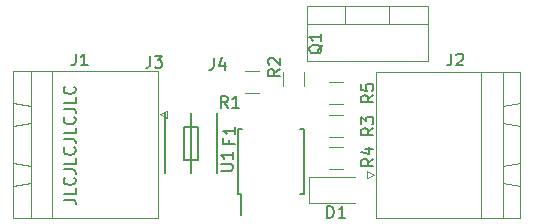
<source format=gbr>
G04 #@! TF.GenerationSoftware,KiCad,Pcbnew,(5.1.10)-1*
G04 #@! TF.CreationDate,2021-05-27T14:09:39+02:00*
G04 #@! TF.ProjectId,HV_UV_detect,48565f55-565f-4646-9574-6563742e6b69,0v2*
G04 #@! TF.SameCoordinates,Original*
G04 #@! TF.FileFunction,Legend,Top*
G04 #@! TF.FilePolarity,Positive*
%FSLAX46Y46*%
G04 Gerber Fmt 4.6, Leading zero omitted, Abs format (unit mm)*
G04 Created by KiCad (PCBNEW (5.1.10)-1) date 2021-05-27 14:09:39*
%MOMM*%
%LPD*%
G01*
G04 APERTURE LIST*
%ADD10C,0.150000*%
%ADD11C,0.120000*%
G04 APERTURE END LIST*
D10*
X139452380Y-98719047D02*
X140166666Y-98719047D01*
X140309523Y-98766666D01*
X140404761Y-98861904D01*
X140452380Y-99004761D01*
X140452380Y-99100000D01*
X140452380Y-97766666D02*
X140452380Y-98242857D01*
X139452380Y-98242857D01*
X140357142Y-96861904D02*
X140404761Y-96909523D01*
X140452380Y-97052380D01*
X140452380Y-97147619D01*
X140404761Y-97290476D01*
X140309523Y-97385714D01*
X140214285Y-97433333D01*
X140023809Y-97480952D01*
X139880952Y-97480952D01*
X139690476Y-97433333D01*
X139595238Y-97385714D01*
X139500000Y-97290476D01*
X139452380Y-97147619D01*
X139452380Y-97052380D01*
X139500000Y-96909523D01*
X139547619Y-96861904D01*
X139452380Y-96147619D02*
X140166666Y-96147619D01*
X140309523Y-96195238D01*
X140404761Y-96290476D01*
X140452380Y-96433333D01*
X140452380Y-96528571D01*
X140452380Y-95195238D02*
X140452380Y-95671428D01*
X139452380Y-95671428D01*
X140357142Y-94290476D02*
X140404761Y-94338095D01*
X140452380Y-94480952D01*
X140452380Y-94576190D01*
X140404761Y-94719047D01*
X140309523Y-94814285D01*
X140214285Y-94861904D01*
X140023809Y-94909523D01*
X139880952Y-94909523D01*
X139690476Y-94861904D01*
X139595238Y-94814285D01*
X139500000Y-94719047D01*
X139452380Y-94576190D01*
X139452380Y-94480952D01*
X139500000Y-94338095D01*
X139547619Y-94290476D01*
X139452380Y-93576190D02*
X140166666Y-93576190D01*
X140309523Y-93623809D01*
X140404761Y-93719047D01*
X140452380Y-93861904D01*
X140452380Y-93957142D01*
X140452380Y-92623809D02*
X140452380Y-93100000D01*
X139452380Y-93100000D01*
X140357142Y-91719047D02*
X140404761Y-91766666D01*
X140452380Y-91909523D01*
X140452380Y-92004761D01*
X140404761Y-92147619D01*
X140309523Y-92242857D01*
X140214285Y-92290476D01*
X140023809Y-92338095D01*
X139880952Y-92338095D01*
X139690476Y-92290476D01*
X139595238Y-92242857D01*
X139500000Y-92147619D01*
X139452380Y-92004761D01*
X139452380Y-91909523D01*
X139500000Y-91766666D01*
X139547619Y-91719047D01*
X139452380Y-91004761D02*
X140166666Y-91004761D01*
X140309523Y-91052380D01*
X140404761Y-91147619D01*
X140452380Y-91290476D01*
X140452380Y-91385714D01*
X140452380Y-90052380D02*
X140452380Y-90528571D01*
X139452380Y-90528571D01*
X140357142Y-89147619D02*
X140404761Y-89195238D01*
X140452380Y-89338095D01*
X140452380Y-89433333D01*
X140404761Y-89576190D01*
X140309523Y-89671428D01*
X140214285Y-89719047D01*
X140023809Y-89766666D01*
X139880952Y-89766666D01*
X139690476Y-89719047D01*
X139595238Y-89671428D01*
X139500000Y-89576190D01*
X139452380Y-89433333D01*
X139452380Y-89338095D01*
X139500000Y-89195238D01*
X139547619Y-89147619D01*
X154450000Y-98250000D02*
X154450000Y-100000000D01*
X159755000Y-98250000D02*
X159755000Y-92750000D01*
X154245000Y-98250000D02*
X154245000Y-92750000D01*
X159755000Y-98250000D02*
X159455000Y-98250000D01*
X159755000Y-92750000D02*
X159455000Y-92750000D01*
X154245000Y-92750000D02*
X154545000Y-92750000D01*
X154245000Y-98250000D02*
X154450000Y-98250000D01*
X150800000Y-95400000D02*
X150800000Y-92600000D01*
X149600000Y-95400000D02*
X150800000Y-95400000D01*
X149600000Y-92600000D02*
X149600000Y-95400000D01*
X150800000Y-92600000D02*
X149600000Y-92600000D01*
X150200000Y-91400000D02*
X150200000Y-96500000D01*
X148000000Y-91400000D02*
X148000000Y-96500000D01*
X152400000Y-91400000D02*
X152400000Y-96500000D01*
D11*
X166991000Y-82330000D02*
X166991000Y-83840000D01*
X163290000Y-82330000D02*
X163290000Y-83840000D01*
X160020000Y-83840000D02*
X170260000Y-83840000D01*
X170260000Y-82330000D02*
X170260000Y-86971000D01*
X160020000Y-82330000D02*
X160020000Y-86971000D01*
X160020000Y-86971000D02*
X170260000Y-86971000D01*
X160020000Y-82330000D02*
X170260000Y-82330000D01*
X164100000Y-96765000D02*
X160215000Y-96765000D01*
X160215000Y-96765000D02*
X160215000Y-99035000D01*
X160215000Y-99035000D02*
X164100000Y-99035000D01*
X147410000Y-87850000D02*
X135190000Y-87850000D01*
X135190000Y-87850000D02*
X135190000Y-100230000D01*
X135190000Y-100230000D02*
X147410000Y-100230000D01*
X147410000Y-100230000D02*
X147410000Y-87850000D01*
X136690000Y-87850000D02*
X138490000Y-87850000D01*
X138490000Y-87850000D02*
X138490000Y-100230000D01*
X138490000Y-100230000D02*
X136690000Y-100230000D01*
X136690000Y-100230000D02*
X136690000Y-87850000D01*
X135190000Y-90500000D02*
X135190000Y-92500000D01*
X135190000Y-92500000D02*
X136690000Y-92250000D01*
X136690000Y-92250000D02*
X136690000Y-90750000D01*
X136690000Y-90750000D02*
X135190000Y-90500000D01*
X135190000Y-95580000D02*
X135190000Y-97580000D01*
X135190000Y-97580000D02*
X136690000Y-97330000D01*
X136690000Y-97330000D02*
X136690000Y-95830000D01*
X136690000Y-95830000D02*
X135190000Y-95580000D01*
X148210000Y-91800000D02*
X147610000Y-91500000D01*
X147610000Y-91500000D02*
X148210000Y-91200000D01*
X148210000Y-91200000D02*
X148210000Y-91800000D01*
X165090000Y-96900000D02*
X165090000Y-96300000D01*
X165690000Y-96600000D02*
X165090000Y-96900000D01*
X165090000Y-96300000D02*
X165690000Y-96600000D01*
X176610000Y-92270000D02*
X178110000Y-92520000D01*
X176610000Y-90770000D02*
X176610000Y-92270000D01*
X178110000Y-90520000D02*
X176610000Y-90770000D01*
X178110000Y-92520000D02*
X178110000Y-90520000D01*
X176610000Y-97350000D02*
X178110000Y-97600000D01*
X176610000Y-95850000D02*
X176610000Y-97350000D01*
X178110000Y-95600000D02*
X176610000Y-95850000D01*
X178110000Y-97600000D02*
X178110000Y-95600000D01*
X176610000Y-87870000D02*
X176610000Y-100250000D01*
X174810000Y-87870000D02*
X176610000Y-87870000D01*
X174810000Y-100250000D02*
X174810000Y-87870000D01*
X176610000Y-100250000D02*
X174810000Y-100250000D01*
X165890000Y-87870000D02*
X165890000Y-100250000D01*
X178110000Y-87870000D02*
X165890000Y-87870000D01*
X178110000Y-100250000D02*
X178110000Y-87870000D01*
X165890000Y-100250000D02*
X178110000Y-100250000D01*
X154797936Y-87840000D02*
X156002064Y-87840000D01*
X154797936Y-89660000D02*
X156002064Y-89660000D01*
X157990000Y-89102064D02*
X157990000Y-87897936D01*
X159810000Y-89102064D02*
X159810000Y-87897936D01*
X163102064Y-91590000D02*
X161897936Y-91590000D01*
X163102064Y-93410000D02*
X161897936Y-93410000D01*
X161897936Y-96110000D02*
X163102064Y-96110000D01*
X161897936Y-94290000D02*
X163102064Y-94290000D01*
X163102064Y-90610000D02*
X161897936Y-90610000D01*
X163102064Y-88790000D02*
X161897936Y-88790000D01*
D10*
X152772380Y-96261904D02*
X153581904Y-96261904D01*
X153677142Y-96214285D01*
X153724761Y-96166666D01*
X153772380Y-96071428D01*
X153772380Y-95880952D01*
X153724761Y-95785714D01*
X153677142Y-95738095D01*
X153581904Y-95690476D01*
X152772380Y-95690476D01*
X153772380Y-94690476D02*
X153772380Y-95261904D01*
X153772380Y-94976190D02*
X152772380Y-94976190D01*
X152915238Y-95071428D01*
X153010476Y-95166666D01*
X153058095Y-95261904D01*
X153428571Y-93633333D02*
X153428571Y-93966666D01*
X153952380Y-93966666D02*
X152952380Y-93966666D01*
X152952380Y-93490476D01*
X153952380Y-92585714D02*
X153952380Y-93157142D01*
X153952380Y-92871428D02*
X152952380Y-92871428D01*
X153095238Y-92966666D01*
X153190476Y-93061904D01*
X153238095Y-93157142D01*
X161347619Y-85595238D02*
X161300000Y-85690476D01*
X161204761Y-85785714D01*
X161061904Y-85928571D01*
X161014285Y-86023809D01*
X161014285Y-86119047D01*
X161252380Y-86071428D02*
X161204761Y-86166666D01*
X161109523Y-86261904D01*
X160919047Y-86309523D01*
X160585714Y-86309523D01*
X160395238Y-86261904D01*
X160300000Y-86166666D01*
X160252380Y-86071428D01*
X160252380Y-85880952D01*
X160300000Y-85785714D01*
X160395238Y-85690476D01*
X160585714Y-85642857D01*
X160919047Y-85642857D01*
X161109523Y-85690476D01*
X161204761Y-85785714D01*
X161252380Y-85880952D01*
X161252380Y-86071428D01*
X161252380Y-84690476D02*
X161252380Y-85261904D01*
X161252380Y-84976190D02*
X160252380Y-84976190D01*
X160395238Y-85071428D01*
X160490476Y-85166666D01*
X160538095Y-85261904D01*
X152166666Y-86702380D02*
X152166666Y-87416666D01*
X152119047Y-87559523D01*
X152023809Y-87654761D01*
X151880952Y-87702380D01*
X151785714Y-87702380D01*
X153071428Y-87035714D02*
X153071428Y-87702380D01*
X152833333Y-86654761D02*
X152595238Y-87369047D01*
X153214285Y-87369047D01*
X146766666Y-86552380D02*
X146766666Y-87266666D01*
X146719047Y-87409523D01*
X146623809Y-87504761D01*
X146480952Y-87552380D01*
X146385714Y-87552380D01*
X147147619Y-86552380D02*
X147766666Y-86552380D01*
X147433333Y-86933333D01*
X147576190Y-86933333D01*
X147671428Y-86980952D01*
X147719047Y-87028571D01*
X147766666Y-87123809D01*
X147766666Y-87361904D01*
X147719047Y-87457142D01*
X147671428Y-87504761D01*
X147576190Y-87552380D01*
X147290476Y-87552380D01*
X147195238Y-87504761D01*
X147147619Y-87457142D01*
X161761904Y-100252380D02*
X161761904Y-99252380D01*
X162000000Y-99252380D01*
X162142857Y-99300000D01*
X162238095Y-99395238D01*
X162285714Y-99490476D01*
X162333333Y-99680952D01*
X162333333Y-99823809D01*
X162285714Y-100014285D01*
X162238095Y-100109523D01*
X162142857Y-100204761D01*
X162000000Y-100252380D01*
X161761904Y-100252380D01*
X163285714Y-100252380D02*
X162714285Y-100252380D01*
X163000000Y-100252380D02*
X163000000Y-99252380D01*
X162904761Y-99395238D01*
X162809523Y-99490476D01*
X162714285Y-99538095D01*
X140466666Y-86352380D02*
X140466666Y-87066666D01*
X140419047Y-87209523D01*
X140323809Y-87304761D01*
X140180952Y-87352380D01*
X140085714Y-87352380D01*
X141466666Y-87352380D02*
X140895238Y-87352380D01*
X141180952Y-87352380D02*
X141180952Y-86352380D01*
X141085714Y-86495238D01*
X140990476Y-86590476D01*
X140895238Y-86638095D01*
X172266666Y-86352380D02*
X172266666Y-87066666D01*
X172219047Y-87209523D01*
X172123809Y-87304761D01*
X171980952Y-87352380D01*
X171885714Y-87352380D01*
X172695238Y-86447619D02*
X172742857Y-86400000D01*
X172838095Y-86352380D01*
X173076190Y-86352380D01*
X173171428Y-86400000D01*
X173219047Y-86447619D01*
X173266666Y-86542857D01*
X173266666Y-86638095D01*
X173219047Y-86780952D01*
X172647619Y-87352380D01*
X173266666Y-87352380D01*
X153333333Y-90952380D02*
X153000000Y-90476190D01*
X152761904Y-90952380D02*
X152761904Y-89952380D01*
X153142857Y-89952380D01*
X153238095Y-90000000D01*
X153285714Y-90047619D01*
X153333333Y-90142857D01*
X153333333Y-90285714D01*
X153285714Y-90380952D01*
X153238095Y-90428571D01*
X153142857Y-90476190D01*
X152761904Y-90476190D01*
X154285714Y-90952380D02*
X153714285Y-90952380D01*
X154000000Y-90952380D02*
X154000000Y-89952380D01*
X153904761Y-90095238D01*
X153809523Y-90190476D01*
X153714285Y-90238095D01*
X157752380Y-87666666D02*
X157276190Y-88000000D01*
X157752380Y-88238095D02*
X156752380Y-88238095D01*
X156752380Y-87857142D01*
X156800000Y-87761904D01*
X156847619Y-87714285D01*
X156942857Y-87666666D01*
X157085714Y-87666666D01*
X157180952Y-87714285D01*
X157228571Y-87761904D01*
X157276190Y-87857142D01*
X157276190Y-88238095D01*
X156847619Y-87285714D02*
X156800000Y-87238095D01*
X156752380Y-87142857D01*
X156752380Y-86904761D01*
X156800000Y-86809523D01*
X156847619Y-86761904D01*
X156942857Y-86714285D01*
X157038095Y-86714285D01*
X157180952Y-86761904D01*
X157752380Y-87333333D01*
X157752380Y-86714285D01*
X165652380Y-92666666D02*
X165176190Y-93000000D01*
X165652380Y-93238095D02*
X164652380Y-93238095D01*
X164652380Y-92857142D01*
X164700000Y-92761904D01*
X164747619Y-92714285D01*
X164842857Y-92666666D01*
X164985714Y-92666666D01*
X165080952Y-92714285D01*
X165128571Y-92761904D01*
X165176190Y-92857142D01*
X165176190Y-93238095D01*
X164652380Y-92333333D02*
X164652380Y-91714285D01*
X165033333Y-92047619D01*
X165033333Y-91904761D01*
X165080952Y-91809523D01*
X165128571Y-91761904D01*
X165223809Y-91714285D01*
X165461904Y-91714285D01*
X165557142Y-91761904D01*
X165604761Y-91809523D01*
X165652380Y-91904761D01*
X165652380Y-92190476D01*
X165604761Y-92285714D01*
X165557142Y-92333333D01*
X165652380Y-95266666D02*
X165176190Y-95600000D01*
X165652380Y-95838095D02*
X164652380Y-95838095D01*
X164652380Y-95457142D01*
X164700000Y-95361904D01*
X164747619Y-95314285D01*
X164842857Y-95266666D01*
X164985714Y-95266666D01*
X165080952Y-95314285D01*
X165128571Y-95361904D01*
X165176190Y-95457142D01*
X165176190Y-95838095D01*
X164985714Y-94409523D02*
X165652380Y-94409523D01*
X164604761Y-94647619D02*
X165319047Y-94885714D01*
X165319047Y-94266666D01*
X165652380Y-89866666D02*
X165176190Y-90200000D01*
X165652380Y-90438095D02*
X164652380Y-90438095D01*
X164652380Y-90057142D01*
X164700000Y-89961904D01*
X164747619Y-89914285D01*
X164842857Y-89866666D01*
X164985714Y-89866666D01*
X165080952Y-89914285D01*
X165128571Y-89961904D01*
X165176190Y-90057142D01*
X165176190Y-90438095D01*
X164652380Y-88961904D02*
X164652380Y-89438095D01*
X165128571Y-89485714D01*
X165080952Y-89438095D01*
X165033333Y-89342857D01*
X165033333Y-89104761D01*
X165080952Y-89009523D01*
X165128571Y-88961904D01*
X165223809Y-88914285D01*
X165461904Y-88914285D01*
X165557142Y-88961904D01*
X165604761Y-89009523D01*
X165652380Y-89104761D01*
X165652380Y-89342857D01*
X165604761Y-89438095D01*
X165557142Y-89485714D01*
M02*

</source>
